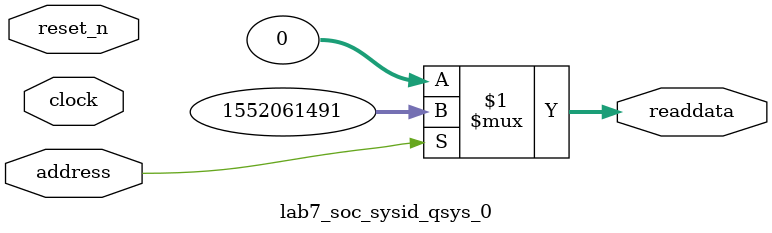
<source format=v>



// synthesis translate_off
`timescale 1ns / 1ps
// synthesis translate_on

// turn off superfluous verilog processor warnings 
// altera message_level Level1 
// altera message_off 10034 10035 10036 10037 10230 10240 10030 

module lab7_soc_sysid_qsys_0 (
               // inputs:
                address,
                clock,
                reset_n,

               // outputs:
                readdata
             )
;

  output  [ 31: 0] readdata;
  input            address;
  input            clock;
  input            reset_n;

  wire    [ 31: 0] readdata;
  //control_slave, which is an e_avalon_slave
  assign readdata = address ? 1552061491 : 0;

endmodule



</source>
